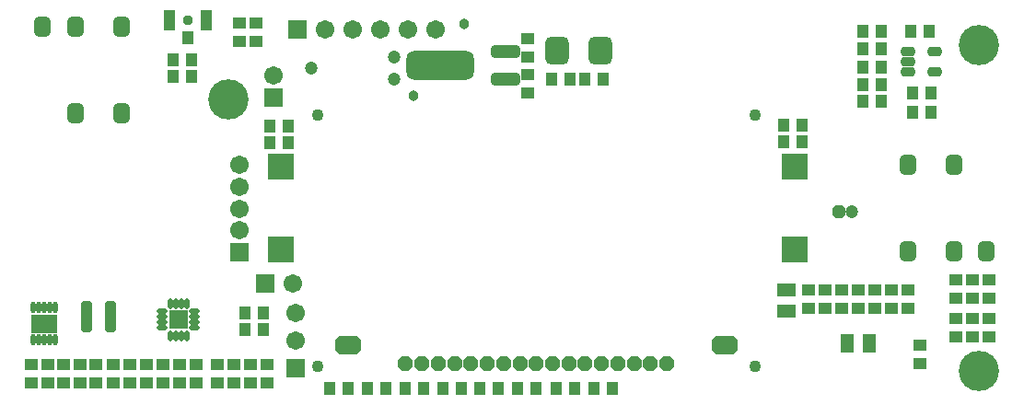
<source format=gts>
%FSLAX25Y25*%
%MOIN*%
G70*
G01*
G75*
G04 Layer_Color=8388736*
%ADD10R,0.08661X0.05906*%
%ADD11O,0.00984X0.03347*%
%ADD12O,0.03150X0.01181*%
%ADD13O,0.01181X0.03150*%
%ADD14R,0.06299X0.06299*%
%ADD15R,0.03937X0.03543*%
%ADD16C,0.03000*%
G04:AMPARAMS|DCode=17|XSize=236.22mil|YSize=98.43mil|CornerRadius=24.61mil|HoleSize=0mil|Usage=FLASHONLY|Rotation=0.000|XOffset=0mil|YOffset=0mil|HoleType=Round|Shape=RoundedRectangle|*
%AMROUNDEDRECTD17*
21,1,0.23622,0.04921,0,0,0.0*
21,1,0.18701,0.09843,0,0,0.0*
1,1,0.04921,0.09350,-0.02461*
1,1,0.04921,-0.09350,-0.02461*
1,1,0.04921,-0.09350,0.02461*
1,1,0.04921,0.09350,0.02461*
%
%ADD17ROUNDEDRECTD17*%
G04:AMPARAMS|DCode=18|XSize=98.43mil|YSize=39.37mil|CornerRadius=9.84mil|HoleSize=0mil|Usage=FLASHONLY|Rotation=0.000|XOffset=0mil|YOffset=0mil|HoleType=Round|Shape=RoundedRectangle|*
%AMROUNDEDRECTD18*
21,1,0.09843,0.01969,0,0,0.0*
21,1,0.07874,0.03937,0,0,0.0*
1,1,0.01969,0.03937,-0.00984*
1,1,0.01969,-0.03937,-0.00984*
1,1,0.01969,-0.03937,0.00984*
1,1,0.01969,0.03937,0.00984*
%
%ADD18ROUNDEDRECTD18*%
G04:AMPARAMS|DCode=19|XSize=78.74mil|YSize=94.49mil|CornerRadius=19.69mil|HoleSize=0mil|Usage=FLASHONLY|Rotation=180.000|XOffset=0mil|YOffset=0mil|HoleType=Round|Shape=RoundedRectangle|*
%AMROUNDEDRECTD19*
21,1,0.07874,0.05512,0,0,180.0*
21,1,0.03937,0.09449,0,0,180.0*
1,1,0.03937,-0.01969,0.02756*
1,1,0.03937,0.01969,0.02756*
1,1,0.03937,0.01969,-0.02756*
1,1,0.03937,-0.01969,-0.02756*
%
%ADD19ROUNDEDRECTD19*%
%ADD20R,0.03543X0.03937*%
%ADD21R,0.03150X0.06693*%
%ADD22R,0.03150X0.04331*%
%ADD23R,0.09000X0.09000*%
%ADD24R,0.04331X0.05906*%
%ADD25R,0.05906X0.04331*%
G04:AMPARAMS|DCode=26|XSize=51.18mil|YSize=64.96mil|CornerRadius=12.8mil|HoleSize=0mil|Usage=FLASHONLY|Rotation=0.000|XOffset=0mil|YOffset=0mil|HoleType=Round|Shape=RoundedRectangle|*
%AMROUNDEDRECTD26*
21,1,0.05118,0.03937,0,0,0.0*
21,1,0.02559,0.06496,0,0,0.0*
1,1,0.02559,0.01280,-0.01969*
1,1,0.02559,-0.01280,-0.01969*
1,1,0.02559,-0.01280,0.01969*
1,1,0.02559,0.01280,0.01969*
%
%ADD26ROUNDEDRECTD26*%
G04:AMPARAMS|DCode=27|XSize=31.5mil|YSize=106.3mil|CornerRadius=7.87mil|HoleSize=0mil|Usage=FLASHONLY|Rotation=180.000|XOffset=0mil|YOffset=0mil|HoleType=Round|Shape=RoundedRectangle|*
%AMROUNDEDRECTD27*
21,1,0.03150,0.09055,0,0,180.0*
21,1,0.01575,0.10630,0,0,180.0*
1,1,0.01575,-0.00787,0.04528*
1,1,0.01575,0.00787,0.04528*
1,1,0.01575,0.00787,-0.04528*
1,1,0.01575,-0.00787,-0.04528*
%
%ADD27ROUNDEDRECTD27*%
G04:AMPARAMS|DCode=28|XSize=25.59mil|YSize=43.31mil|CornerRadius=6.4mil|HoleSize=0mil|Usage=FLASHONLY|Rotation=90.000|XOffset=0mil|YOffset=0mil|HoleType=Round|Shape=RoundedRectangle|*
%AMROUNDEDRECTD28*
21,1,0.02559,0.03051,0,0,90.0*
21,1,0.01280,0.04331,0,0,90.0*
1,1,0.01280,0.01526,0.00640*
1,1,0.01280,0.01526,-0.00640*
1,1,0.01280,-0.01526,-0.00640*
1,1,0.01280,-0.01526,0.00640*
%
%ADD28ROUNDEDRECTD28*%
%ADD29C,0.01181*%
%ADD30C,0.01969*%
%ADD31C,0.01000*%
%ADD32C,0.03937*%
%ADD33C,0.03902*%
%ADD34C,0.02953*%
%ADD35C,0.03543*%
G04:AMPARAMS|DCode=36|XSize=86.61mil|YSize=59.06mil|CornerRadius=0mil|HoleSize=0mil|Usage=FLASHONLY|Rotation=0.000|XOffset=0mil|YOffset=0mil|HoleType=Round|Shape=Octagon|*
%AMOCTAGOND36*
4,1,8,0.04331,-0.01476,0.04331,0.01476,0.02854,0.02953,-0.02854,0.02953,-0.04331,0.01476,-0.04331,-0.01476,-0.02854,-0.02953,0.02854,-0.02953,0.04331,-0.01476,0.0*
%
%ADD36OCTAGOND36*%

%ADD37P,0.05114X8X22.5*%
%ADD38C,0.13780*%
%ADD39C,0.05906*%
%ADD40R,0.05906X0.05906*%
%ADD41P,0.04261X8X22.5*%
%ADD42C,0.03937*%
%ADD43R,0.05906X0.05906*%
%ADD44C,0.01969*%
%ADD45C,0.02362*%
%ADD46C,0.04724*%
%ADD47C,0.04000*%
%ADD48C,0.07902*%
%ADD49C,0.06953*%
%ADD50C,0.07543*%
%ADD51O,0.10693X0.07150*%
%ADD52C,0.06362*%
%ADD53C,0.13843*%
%ADD54C,0.05181*%
%ADD55C,0.03098*%
%ADD56R,0.10630X0.07874*%
%ADD57R,0.05709X0.07874*%
%ADD58R,0.03150X0.05906*%
%ADD59O,0.01181X0.07087*%
%ADD60O,0.07087X0.01181*%
G04:AMPARAMS|DCode=61|XSize=50mil|YSize=70mil|CornerRadius=12.5mil|HoleSize=0mil|Usage=FLASHONLY|Rotation=90.000|XOffset=0mil|YOffset=0mil|HoleType=Round|Shape=RoundedRectangle|*
%AMROUNDEDRECTD61*
21,1,0.05000,0.04500,0,0,90.0*
21,1,0.02500,0.07000,0,0,90.0*
1,1,0.02500,0.02250,0.01250*
1,1,0.02500,0.02250,-0.01250*
1,1,0.02500,-0.02250,-0.01250*
1,1,0.02500,-0.02250,0.01250*
%
%ADD61ROUNDEDRECTD61*%
%ADD62C,0.00984*%
%ADD63C,0.00394*%
%ADD64C,0.00787*%
%ADD65R,0.09461X0.06706*%
%ADD66O,0.01784X0.04147*%
%ADD67O,0.03950X0.01981*%
%ADD68O,0.01981X0.03950*%
%ADD69R,0.07099X0.07099*%
%ADD70R,0.04737X0.04343*%
%ADD71C,0.03800*%
G04:AMPARAMS|DCode=72|XSize=244.22mil|YSize=106.42mil|CornerRadius=28.61mil|HoleSize=0mil|Usage=FLASHONLY|Rotation=0.000|XOffset=0mil|YOffset=0mil|HoleType=Round|Shape=RoundedRectangle|*
%AMROUNDEDRECTD72*
21,1,0.24422,0.04921,0,0,0.0*
21,1,0.18701,0.10642,0,0,0.0*
1,1,0.05721,0.09350,-0.02461*
1,1,0.05721,-0.09350,-0.02461*
1,1,0.05721,-0.09350,0.02461*
1,1,0.05721,0.09350,0.02461*
%
%ADD72ROUNDEDRECTD72*%
G04:AMPARAMS|DCode=73|XSize=106.42mil|YSize=47.37mil|CornerRadius=13.84mil|HoleSize=0mil|Usage=FLASHONLY|Rotation=0.000|XOffset=0mil|YOffset=0mil|HoleType=Round|Shape=RoundedRectangle|*
%AMROUNDEDRECTD73*
21,1,0.10642,0.01969,0,0,0.0*
21,1,0.07874,0.04737,0,0,0.0*
1,1,0.02769,0.03937,-0.00984*
1,1,0.02769,-0.03937,-0.00984*
1,1,0.02769,-0.03937,0.00984*
1,1,0.02769,0.03937,0.00984*
%
%ADD73ROUNDEDRECTD73*%
G04:AMPARAMS|DCode=74|XSize=86.74mil|YSize=102.49mil|CornerRadius=23.69mil|HoleSize=0mil|Usage=FLASHONLY|Rotation=180.000|XOffset=0mil|YOffset=0mil|HoleType=Round|Shape=RoundedRectangle|*
%AMROUNDEDRECTD74*
21,1,0.08674,0.05512,0,0,180.0*
21,1,0.03937,0.10249,0,0,180.0*
1,1,0.04737,-0.01969,0.02756*
1,1,0.04737,0.01969,0.02756*
1,1,0.04737,0.01969,-0.02756*
1,1,0.04737,-0.01969,-0.02756*
%
%ADD74ROUNDEDRECTD74*%
%ADD75R,0.04343X0.04737*%
%ADD76R,0.03950X0.07493*%
%ADD77R,0.03950X0.05131*%
%ADD78R,0.09800X0.09800*%
%ADD79R,0.05131X0.06706*%
%ADD80R,0.06706X0.05131*%
G04:AMPARAMS|DCode=81|XSize=59.18mil|YSize=72.96mil|CornerRadius=16.8mil|HoleSize=0mil|Usage=FLASHONLY|Rotation=0.000|XOffset=0mil|YOffset=0mil|HoleType=Round|Shape=RoundedRectangle|*
%AMROUNDEDRECTD81*
21,1,0.05918,0.03937,0,0,0.0*
21,1,0.02559,0.07296,0,0,0.0*
1,1,0.03359,0.01280,-0.01969*
1,1,0.03359,-0.01280,-0.01969*
1,1,0.03359,-0.01280,0.01969*
1,1,0.03359,0.01280,0.01969*
%
%ADD81ROUNDEDRECTD81*%
G04:AMPARAMS|DCode=82|XSize=39.5mil|YSize=114.3mil|CornerRadius=11.87mil|HoleSize=0mil|Usage=FLASHONLY|Rotation=180.000|XOffset=0mil|YOffset=0mil|HoleType=Round|Shape=RoundedRectangle|*
%AMROUNDEDRECTD82*
21,1,0.03950,0.09055,0,0,180.0*
21,1,0.01575,0.11430,0,0,180.0*
1,1,0.02375,-0.00787,0.04528*
1,1,0.02375,0.00787,0.04528*
1,1,0.02375,0.00787,-0.04528*
1,1,0.02375,-0.00787,-0.04528*
%
%ADD82ROUNDEDRECTD82*%
G04:AMPARAMS|DCode=83|XSize=33.59mil|YSize=51.31mil|CornerRadius=10.4mil|HoleSize=0mil|Usage=FLASHONLY|Rotation=90.000|XOffset=0mil|YOffset=0mil|HoleType=Round|Shape=RoundedRectangle|*
%AMROUNDEDRECTD83*
21,1,0.03359,0.03051,0,0,90.0*
21,1,0.01280,0.05131,0,0,90.0*
1,1,0.02080,0.01526,0.00640*
1,1,0.02080,0.01526,-0.00640*
1,1,0.02080,-0.01526,-0.00640*
1,1,0.02080,-0.01526,0.00640*
%
%ADD83ROUNDEDRECTD83*%
%ADD84C,0.04702*%
%ADD85C,0.03753*%
%ADD86C,0.04343*%
G04:AMPARAMS|DCode=87|XSize=94.61mil|YSize=67.06mil|CornerRadius=0mil|HoleSize=0mil|Usage=FLASHONLY|Rotation=0.000|XOffset=0mil|YOffset=0mil|HoleType=Round|Shape=Octagon|*
%AMOCTAGOND87*
4,1,8,0.04731,-0.01676,0.04731,0.01676,0.03054,0.03353,-0.03054,0.03353,-0.04731,0.01676,-0.04731,-0.01676,-0.03054,-0.03353,0.03054,-0.03353,0.04731,-0.01676,0.0*
%
%ADD87OCTAGOND87*%

%ADD88P,0.05980X8X22.5*%
%ADD89C,0.14579*%
%ADD90C,0.06706*%
%ADD91R,0.06706X0.06706*%
%ADD92P,0.05127X8X22.5*%
%ADD93C,0.04737*%
%ADD94R,0.06706X0.06706*%
D65*
X12000Y-42000D02*
D03*
D66*
X15937Y-47905D02*
D03*
X13969D02*
D03*
X12000D02*
D03*
X10031D02*
D03*
X8063D02*
D03*
Y-36094D02*
D03*
X10031D02*
D03*
X12000D02*
D03*
X13969D02*
D03*
X15937D02*
D03*
D67*
X66405Y-43453D02*
D03*
Y-41484D02*
D03*
Y-39516D02*
D03*
Y-37547D02*
D03*
X54594D02*
D03*
Y-39516D02*
D03*
Y-41484D02*
D03*
Y-43453D02*
D03*
D68*
X63453Y-34595D02*
D03*
X61484D02*
D03*
X59516D02*
D03*
X57547D02*
D03*
Y-46406D02*
D03*
X59516D02*
D03*
X61484D02*
D03*
X63453D02*
D03*
D69*
X60500Y-40500D02*
D03*
D70*
X30700Y-56709D02*
D03*
Y-63402D02*
D03*
X187000Y48346D02*
D03*
Y41654D02*
D03*
Y54654D02*
D03*
Y61347D02*
D03*
X13122Y-56709D02*
D03*
Y-63402D02*
D03*
X19000Y-56709D02*
D03*
Y-63402D02*
D03*
X7122Y-56709D02*
D03*
Y-63402D02*
D03*
X67000Y-56709D02*
D03*
Y-63402D02*
D03*
X61000Y-56709D02*
D03*
Y-63402D02*
D03*
X49000Y-56709D02*
D03*
Y-63402D02*
D03*
X55000Y-56709D02*
D03*
Y-63402D02*
D03*
X36800D02*
D03*
Y-56709D02*
D03*
X42800Y-63346D02*
D03*
Y-56653D02*
D03*
X329000Y-49654D02*
D03*
Y-56346D02*
D03*
X82500Y66847D02*
D03*
Y60154D02*
D03*
X25000Y-63402D02*
D03*
Y-56709D02*
D03*
X324500Y-36402D02*
D03*
Y-29709D02*
D03*
X318500Y-29709D02*
D03*
Y-36402D02*
D03*
X294500Y-36402D02*
D03*
Y-29709D02*
D03*
X288500Y-29709D02*
D03*
Y-36402D02*
D03*
X312500Y-29709D02*
D03*
Y-36402D02*
D03*
X306500Y-29709D02*
D03*
Y-36402D02*
D03*
X300500Y-29709D02*
D03*
Y-36402D02*
D03*
X348000Y-26098D02*
D03*
Y-32791D02*
D03*
Y-40098D02*
D03*
Y-46791D02*
D03*
X354000Y-26098D02*
D03*
Y-32791D02*
D03*
Y-40098D02*
D03*
Y-46791D02*
D03*
X342000Y-32791D02*
D03*
Y-26098D02*
D03*
Y-46791D02*
D03*
Y-40098D02*
D03*
X88500Y66847D02*
D03*
Y60154D02*
D03*
X74500Y-56709D02*
D03*
Y-63402D02*
D03*
X86500Y-63346D02*
D03*
Y-56653D02*
D03*
X80500Y-63402D02*
D03*
Y-56709D02*
D03*
X92500Y-63346D02*
D03*
Y-56653D02*
D03*
D71*
X145500Y40500D02*
D03*
X164000Y66500D02*
D03*
D72*
X155189Y51500D02*
D03*
D73*
X178811Y56500D02*
D03*
Y46500D02*
D03*
D74*
X213374Y56945D02*
D03*
X197626D02*
D03*
D75*
X202346Y46445D02*
D03*
X195653D02*
D03*
X207653D02*
D03*
X214346D02*
D03*
X84654Y-38000D02*
D03*
X91347D02*
D03*
X314846Y38500D02*
D03*
X308154D02*
D03*
X93654Y23500D02*
D03*
X100347D02*
D03*
X286347Y24000D02*
D03*
X279654D02*
D03*
X93654Y29500D02*
D03*
X100347D02*
D03*
X286347Y30000D02*
D03*
X279654D02*
D03*
X314791Y57435D02*
D03*
X308099D02*
D03*
X314791Y63799D02*
D03*
X308099D02*
D03*
X314791Y51071D02*
D03*
X308098D02*
D03*
X314791Y44707D02*
D03*
X308099D02*
D03*
X210966Y-65555D02*
D03*
X217659D02*
D03*
X128841D02*
D03*
X135534D02*
D03*
X121846Y-65555D02*
D03*
X115154D02*
D03*
X149222D02*
D03*
X142528D02*
D03*
X156216Y-65555D02*
D03*
X162909D02*
D03*
X169653Y-65500D02*
D03*
X176347D02*
D03*
X189848D02*
D03*
X183155D02*
D03*
X197278Y-65555D02*
D03*
X203972D02*
D03*
X91347Y-44000D02*
D03*
X84654D02*
D03*
X65402Y53500D02*
D03*
X58709D02*
D03*
X65346Y47500D02*
D03*
X58653D02*
D03*
X326098Y41500D02*
D03*
X332791D02*
D03*
X325598Y64000D02*
D03*
X332291D02*
D03*
X332791Y34500D02*
D03*
X326098D02*
D03*
D76*
X57307Y68000D02*
D03*
X70693D02*
D03*
D77*
X64000Y61504D02*
D03*
D78*
X283500Y-15000D02*
D03*
Y15000D02*
D03*
X97500Y-15000D02*
D03*
Y15000D02*
D03*
D79*
X302563Y-49055D02*
D03*
X310437D02*
D03*
D80*
X280500Y-37492D02*
D03*
Y-29618D02*
D03*
D81*
X11417Y65748D02*
D03*
X39764D02*
D03*
X23228D02*
D03*
X39764Y34252D02*
D03*
X23228D02*
D03*
X341272Y15748D02*
D03*
X324736D02*
D03*
X341272Y-15748D02*
D03*
X324736D02*
D03*
X353083D02*
D03*
D82*
X35831Y-39500D02*
D03*
X27169D02*
D03*
D83*
X324720Y56587D02*
D03*
Y52846D02*
D03*
X324720Y49106D02*
D03*
X334169D02*
D03*
Y56587D02*
D03*
D84*
X138500Y46504D02*
D03*
Y54496D02*
D03*
X108500Y50500D02*
D03*
D85*
X64000Y68000D02*
D03*
D86*
X110866Y33417D02*
D03*
Y-57528D02*
D03*
X269134Y33417D02*
D03*
Y-57528D02*
D03*
D87*
X258110Y-49850D02*
D03*
X121890D02*
D03*
D88*
X142756Y-56346D02*
D03*
X148661D02*
D03*
X154567D02*
D03*
X160473D02*
D03*
X166378D02*
D03*
X172283D02*
D03*
X178189D02*
D03*
X184095D02*
D03*
X190000D02*
D03*
X195905D02*
D03*
X201811D02*
D03*
X207716D02*
D03*
X213622D02*
D03*
X219528D02*
D03*
X225433D02*
D03*
X231339D02*
D03*
X237244D02*
D03*
D89*
X350394Y-59055D02*
D03*
Y59055D02*
D03*
X78740Y39370D02*
D03*
D90*
X95000Y47874D02*
D03*
X82500Y-8126D02*
D03*
Y-252D02*
D03*
Y7622D02*
D03*
Y15496D02*
D03*
X102000Y-27500D02*
D03*
X153500Y64500D02*
D03*
X143500D02*
D03*
X133500D02*
D03*
X123500D02*
D03*
X113500D02*
D03*
X103000Y-38000D02*
D03*
Y-48000D02*
D03*
D91*
X95000Y40000D02*
D03*
X82500Y-16000D02*
D03*
X103000Y-58000D02*
D03*
D92*
X299638Y-1575D02*
D03*
D93*
X304362D02*
D03*
D94*
X92000Y-27500D02*
D03*
X103500Y64500D02*
D03*
M02*

</source>
